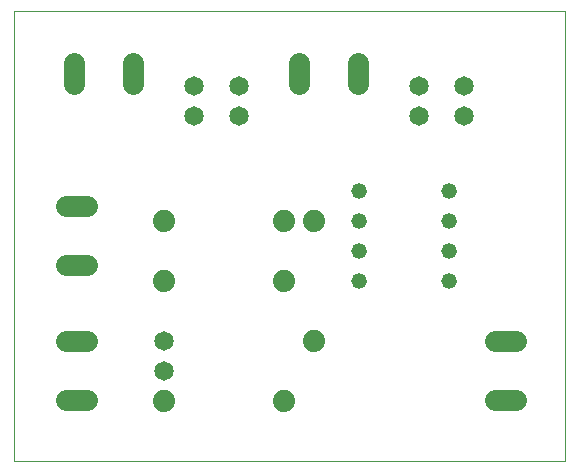
<source format=gtl>
G75*
%MOIN*%
%OFA0B0*%
%FSLAX24Y24*%
%IPPOS*%
%LPD*%
%AMOC8*
5,1,8,0,0,1.08239X$1,22.5*
%
%ADD10C,0.0000*%
%ADD11C,0.0520*%
%ADD12C,0.0740*%
%ADD13C,0.0650*%
%ADD14C,0.0700*%
D10*
X007833Y004000D02*
X007833Y018996D01*
X026203Y018996D01*
X026203Y004000D01*
X007833Y004000D01*
D11*
X019333Y010000D03*
X019333Y011000D03*
X019333Y012000D03*
X019333Y013000D03*
X022333Y013000D03*
X022333Y012000D03*
X022333Y011000D03*
X022333Y010000D03*
D12*
X017833Y008000D03*
X016833Y006000D03*
X012833Y006000D03*
X012833Y010000D03*
X012833Y012000D03*
X016833Y012000D03*
X017833Y012000D03*
X016833Y010000D03*
D13*
X012833Y008000D03*
X012833Y007000D03*
X013833Y015500D03*
X013833Y016500D03*
X015333Y016500D03*
X015333Y015500D03*
X021333Y015500D03*
X022833Y015500D03*
X022833Y016500D03*
X021333Y016500D03*
D14*
X019318Y016544D02*
X019318Y017244D01*
X017349Y017244D02*
X017349Y016544D01*
X011818Y016544D02*
X011818Y017244D01*
X009849Y017244D02*
X009849Y016544D01*
X009590Y012484D02*
X010290Y012484D01*
X010290Y010516D02*
X009590Y010516D01*
X009590Y007984D02*
X010290Y007984D01*
X010290Y006016D02*
X009590Y006016D01*
X023877Y006016D02*
X024577Y006016D01*
X024577Y007984D02*
X023877Y007984D01*
M02*

</source>
